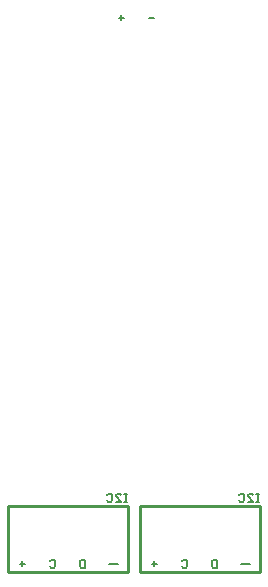
<source format=gbo>
G75*
G70*
%OFA0B0*%
%FSLAX24Y24*%
%IPPOS*%
%LPD*%
%AMOC8*
5,1,8,0,0,1.08239X$1,22.5*
%
%ADD10C,0.0100*%
%ADD11C,0.0080*%
%ADD12C,0.0050*%
D10*
X003499Y000823D02*
X007499Y000823D01*
X007499Y003023D01*
X003499Y003023D01*
X003499Y000823D01*
X007899Y000823D02*
X007899Y003023D01*
X011899Y003023D01*
X011899Y000823D01*
X007899Y000823D01*
D11*
X007159Y001073D02*
X006879Y001073D01*
X011279Y001073D02*
X011559Y001073D01*
D12*
X010474Y000948D02*
X010339Y000948D01*
X010294Y000993D01*
X010294Y001173D01*
X010339Y001218D01*
X010474Y001218D01*
X010474Y000948D01*
X009474Y000993D02*
X009429Y000948D01*
X009339Y000948D01*
X009294Y000993D01*
X009294Y001173D02*
X009339Y001218D01*
X009429Y001218D01*
X009474Y001173D01*
X009474Y000993D01*
X008474Y001083D02*
X008294Y001083D01*
X008384Y001173D02*
X008384Y000993D01*
X006074Y000948D02*
X005939Y000948D01*
X005894Y000993D01*
X005894Y001173D01*
X005939Y001218D01*
X006074Y001218D01*
X006074Y000948D01*
X005074Y000993D02*
X005029Y000948D01*
X004939Y000948D01*
X004894Y000993D01*
X004894Y001173D02*
X004939Y001218D01*
X005029Y001218D01*
X005074Y001173D01*
X005074Y000993D01*
X004074Y001083D02*
X003894Y001083D01*
X003984Y001173D02*
X003984Y000993D01*
X006803Y003193D02*
X006848Y003148D01*
X006938Y003148D01*
X006983Y003193D01*
X006983Y003373D01*
X006938Y003418D01*
X006848Y003418D01*
X006803Y003373D01*
X007097Y003373D02*
X007143Y003418D01*
X007233Y003418D01*
X007278Y003373D01*
X007384Y003418D02*
X007474Y003418D01*
X007429Y003418D02*
X007429Y003148D01*
X007474Y003148D02*
X007384Y003148D01*
X007278Y003148D02*
X007097Y003328D01*
X007097Y003373D01*
X007097Y003148D02*
X007278Y003148D01*
X011203Y003193D02*
X011248Y003148D01*
X011338Y003148D01*
X011383Y003193D01*
X011383Y003373D01*
X011338Y003418D01*
X011248Y003418D01*
X011203Y003373D01*
X011497Y003373D02*
X011543Y003418D01*
X011633Y003418D01*
X011678Y003373D01*
X011784Y003418D02*
X011874Y003418D01*
X011829Y003418D02*
X011829Y003148D01*
X011874Y003148D02*
X011784Y003148D01*
X011678Y003148D02*
X011497Y003328D01*
X011497Y003373D01*
X011497Y003148D02*
X011678Y003148D01*
X007284Y019193D02*
X007284Y019373D01*
X007374Y019283D02*
X007194Y019283D01*
X008194Y019283D02*
X008374Y019283D01*
M02*

</source>
